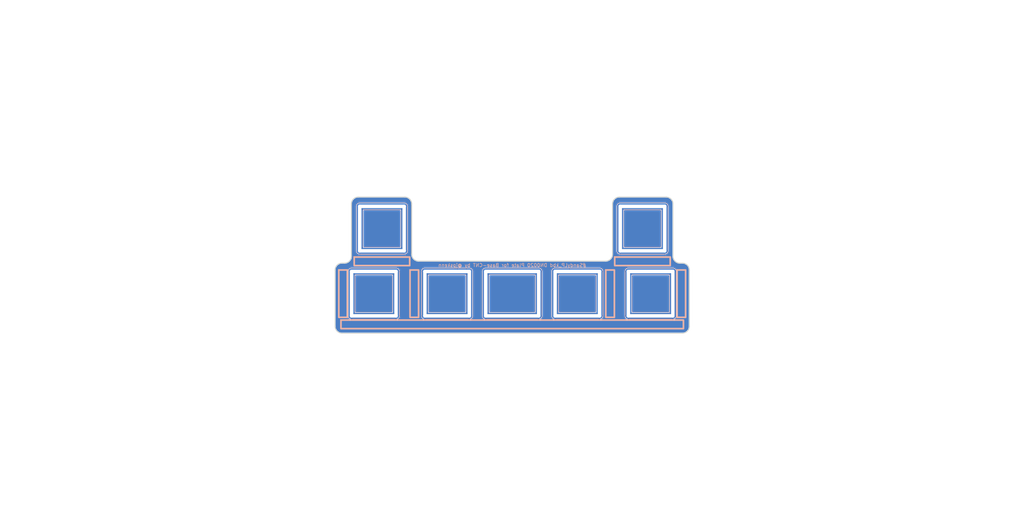
<source format=kicad_pcb>
(kicad_pcb (version 20240108) (generator "pcbnew") (generator_version "8.0")
  (title_block (title "Sandy") (date "2023-01-06") (rev "v.0") (company "@jpskenn"))
  (layers (0 "F.Cu" signal) (31 "B.Cu" signal) (34 "B.Paste" user) (35 "F.Paste" user) (36 "B.SilkS" user "B.Silkscreen") (37 "F.SilkS" user "F.Silkscreen") (38 "B.Mask" user) (39 "F.Mask" user) (44 "Edge.Cuts" user))
  (net 0 "")
  (footprint "locallib:SandyLP_outline_Plate_Base_Center" (layer "F.Cu") (at 17.122345 17.57532)
    (property "Reference" "REF**" (hide yes))
    (property "Value" "60_Outline" (hide yes))
    (fp_line (start 91.082893 78.795377) (end 91.082893 95.28121) (stroke (width 0.3)) (layer "Edge.Cuts"))
    (fp_line (start 93.082893 76.795377) (end 93.845393 76.795377) (stroke (width 0.3)) (layer "Edge.Cuts"))
    (fp_line (start 95.845393 59.44996) (end 95.845393 74.795377) (stroke (width 0.3)) (layer "Edge.Cuts"))
    (fp_line (start 97.845393 57.44996) (end 111.471875 57.44996) (stroke (width 0.3)) (layer "Edge.Cuts"))
    (fp_line (start 113.471875 59.44996) (end 113.471875 74.2) (stroke (width 0.3)) (layer "Edge.Cuts"))
    (fp_line (start 170.228125 76.2) (end 115.471875 76.2) (stroke (width 0.3)) (layer "Edge.Cuts"))
    (fp_line (start 172.228125 59.44996) (end 172.228125 74.2) (stroke (width 0.3)) (layer "Edge.Cuts"))
    (fp_line (start 187.904689 57.449896) (end 174.228125 57.44996) (stroke (width 0.3)) (layer "Edge.Cuts"))
    (fp_line (start 189.904689 59.449896) (end 189.904689 74.795313) (stroke (width 0.3)) (layer "Edge.Cuts"))
    (fp_line (start 192.667189 76.795313) (end 191.904689 76.795313) (stroke (width 0.3)) (layer "Edge.Cuts"))
    (fp_line (start 192.667351 97.28121) (end 93.082893 97.28121) (stroke (width 0.3)) (layer "Edge.Cuts"))
    (fp_line (start 194.667189 78.795313) (end 194.667351 95.28121) (stroke (width 0.3)) (layer "Edge.Cuts"))
    (fp_arc (start 91.082893 78.795377) (mid 91.668658 77.381147) (end 93.082893 76.795377) (stroke (width 0.3)) (layer "Edge.Cuts"))
    (fp_arc (start 93.082893 97.28121) (mid 91.66871 96.695392) (end 91.082893 95.28121) (stroke (width 0.3)) (layer "Edge.Cuts"))
    (fp_arc (start 95.845393 59.44996) (mid 96.431193 58.03577) (end 97.845393 57.44996) (stroke (width 0.3)) (layer "Edge.Cuts"))
    (fp_arc (start 95.845393 74.795377) (mid 95.259585 76.209574) (end 93.845393 76.795377) (stroke (width 0.3)) (layer "Edge.Cuts"))
    (fp_arc (start 111.471875 57.44996) (mid 112.886084 58.035741) (end 113.471875 59.44996) (stroke (width 0.3)) (layer "Edge.Cuts"))
    (fp_arc (start 115.471875 76.2) (mid 114.057678 75.614205) (end 113.471875 74.2) (stroke (width 0.3)) (layer "Edge.Cuts"))
    (fp_arc (start 172.228125 59.44996) (mid 172.813921 58.035746) (end 174.228125 57.44996) (stroke (width 0.3)) (layer "Edge.Cuts"))
    (fp_arc (start 172.228125 74.2) (mid 171.64234 75.614222) (end 170.228125 76.200025) (stroke (width 0.3)) (layer "Edge.Cuts"))
    (fp_arc (start 187.904689 57.449896) (mid 189.318882 58.035708) (end 189.904689 59.449896) (stroke (width 0.3)) (layer "Edge.Cuts"))
    (fp_arc (start 191.904689 76.795313) (mid 190.490507 76.209494) (end 189.904689 74.795313) (stroke (width 0.3)) (layer "Edge.Cuts"))
    (fp_arc (start 192.667189 76.795313) (mid 194.081376 77.381126) (end 194.667189 78.795313) (stroke (width 0.3)) (layer "Edge.Cuts"))
    (fp_arc (start 194.667351 95.28121) (mid 194.081587 96.695429) (end 192.667351 97.28121) (stroke (width 0.3)) (layer "Edge.Cuts"))
  )
  (footprint "locallib:MX-Switch-Hole-with-narrow-frame" (layer "F.Cu") (at 200.478595 103.30032)
    (property "Reference" "SW_RSPC1" (hide yes))
    (property "Value" "SW_Push")
    (pad "" np_thru_hole roundrect (at -6.5 0 90) (size 14.8 1.8) (drill oval 14 1) (layers "F&B.Cu" "*.Mask") (roundrect_rratio 0.5))
    (pad "" np_thru_hole roundrect (at 0 -6.5) (size 14.8 1.8) (drill oval 14 1) (layers "F&B.Cu" "*.Mask") (roundrect_rratio 0.5))
    (pad "" np_thru_hole roundrect (at 0 6.5) (size 14.8 1.8) (drill oval 14 1) (layers "F&B.Cu" "*.Mask") (roundrect_rratio 0.5))
    (pad "" np_thru_hole roundrect (at 6.5 0 90) (size 14.8 1.8) (drill oval 14 1) (layers "F&B.Cu" "*.Mask") (roundrect_rratio 0.5))
  )
  (footprint "locallib:MX-Switch-Hole-for-RE(higher hole)-with-narrow-frame" (layer "F.Cu") (at 159.997345 103.30032 90)
    (property "Reference" "SW_R5CNT_C1" (hide yes))
    (property "Value" "RotaryEncoder_Switch")
    (pad "" np_thru_hole roundrect (at -6.5 0 180) (size 17.3 1.8) (drill oval 16.5 1) (layers "F&B.Cu" "*.Mask") (roundrect_rratio 0.5))
    (pad "" np_thru_hole roundrect (at 0 -7.75 90) (size 14.8 1.8) (drill oval 14 1) (layers "F&B.Cu" "*.Mask") (roundrect_rratio 0.5))
    (pad "" np_thru_hole roundrect (at 0 7.75 90) (size 14.8 1.8) (drill oval 14 1) (layers "F&B.Cu" "*.Mask") (roundrect_rratio 0.5))
    (pad "" np_thru_hole roundrect (at 6.5 0 180) (size 17.3 1.8) (drill oval 16.5 1) (layers "F&B.Cu" "*.Mask") (roundrect_rratio 0.5))
  )
  (footprint "locallib:MX-Switch-Hole-with-narrow-frame" (layer "F.Cu") (at 121.897345 84.25032)
    (property "Reference" "SW_B1" (hide yes))
    (property "Value" "SW_Push")
    (pad "" np_thru_hole roundrect (at -6.5 0 90) (size 14.8 1.8) (drill oval 14 1) (layers "F&B.Cu" "*.Mask") (roundrect_rratio 0.5))
    (pad "" np_thru_hole roundrect (at 0 -6.5) (size 14.8 1.8) (drill oval 14 1) (layers "F&B.Cu" "*.Mask") (roundrect_rratio 0.5))
    (pad "" np_thru_hole roundrect (at 0 6.5) (size 14.8 1.8) (drill oval 14 1) (layers "F&B.Cu" "*.Mask") (roundrect_rratio 0.5))
    (pad "" np_thru_hole roundrect (at 6.5 0 90) (size 14.8 1.8) (drill oval 14 1) (layers "F&B.Cu" "*.Mask") (roundrect_rratio 0.5))
  )
  (footprint "locallib:MX-Switch-Hole-with-narrow-frame" (layer "F.Cu") (at 119.516095 103.30032)
    (property "Reference" "SW_LSPC1" (hide yes))
    (property "Value" "SW_Push")
    (pad "" np_thru_hole roundrect (at -6.5 0 90) (size 14.8 1.8) (drill oval 14 1) (layers "F&B.Cu" "*.Mask") (roundrect_rratio 0.5))
    (pad "" np_thru_hole roundrect (at 0 -6.5) (size 14.8 1.8) (drill oval 14 1) (layers "F&B.Cu" "*.Mask") (roundrect_rratio 0.5))
    (pad "" np_thru_hole roundrect (at 0 6.5) (size 14.8 1.8) (drill oval 14 1) (layers "F&B.Cu" "*.Mask") (roundrect_rratio 0.5))
    (pad "" np_thru_hole roundrect (at 6.5 0 90) (size 14.8 1.8) (drill oval 14 1) (layers "F&B.Cu" "*.Mask") (roundrect_rratio 0.5))
  )
  (footprint "locallib:MX-Switch-Hole-with-narrow-frame" (layer "F.Cu") (at 140.947345 103.30032)
    (property "Reference" "SW_R5CNT_L1" (hide yes))
    (property "Value" "SW_Push")
    (pad "" np_thru_hole roundrect (at -6.5 0 90) (size 14.8 1.8) (drill oval 14 1) (layers "F&B.Cu" "*.Mask") (roundrect_rratio 0.5))
    (pad "" np_thru_hole roundrect (at 0 -6.5) (size 14.8 1.8) (drill oval 14 1) (layers "F&B.Cu" "*.Mask") (roundrect_rratio 0.5))
    (pad "" np_thru_hole roundrect (at 0 6.5) (size 14.8 1.8) (drill oval 14 1) (layers "F&B.Cu" "*.Mask") (roundrect_rratio 0.5))
    (pad "" np_thru_hole roundrect (at 6.5 0 90) (size 14.8 1.8) (drill oval 14 1) (layers "F&B.Cu" "*.Mask") (roundrect_rratio 0.5))
  )
  (footprint "locallib:MX-Switch-Hole-with-narrow-frame" (layer "F.Cu") (at 179.047345 103.30032)
    (property "Reference" "SW_R5CNT_R1" (hide yes))
    (property "Value" "SW_Push")
    (pad "" np_thru_hole roundrect (at -6.5 0 90) (size 14.8 1.8) (drill oval 14 1) (layers "F&B.Cu" "*.Mask") (roundrect_rratio 0.5))
    (pad "" np_thru_hole roundrect (at 0 -6.5) (size 14.8 1.8) (drill oval 14 1) (layers "F&B.Cu" "*.Mask") (roundrect_rratio 0.5))
    (pad "" np_thru_hole roundrect (at 0 6.5) (size 14.8 1.8) (drill oval 14 1) (layers "F&B.Cu" "*.Mask") (roundrect_rratio 0.5))
    (pad "" np_thru_hole roundrect (at 6.5 0 90) (size 14.8 1.8) (drill oval 14 1) (layers "F&B.Cu" "*.Mask") (roundrect_rratio 0.5))
  )
  (footprint "locallib:MX-Switch-Hole-with-narrow-frame" (layer "F.Cu") (at 198.097345 84.25032)
    (property "Reference" "SW_N1" (hide yes))
    (property "Value" "SW_Push")
    (pad "" np_thru_hole roundrect (at -6.5 0 90) (size 14.8 1.8) (drill oval 14 1) (layers "F&B.Cu" "*.Mask") (roundrect_rratio 0.5))
    (pad "" np_thru_hole roundrect (at 0 -6.5) (size 14.8 1.8) (drill oval 14 1) (layers "F&B.Cu" "*.Mask") (roundrect_rratio 0.5))
    (pad "" np_thru_hole roundrect (at 0 6.5) (size 14.8 1.8) (drill oval 14 1) (layers "F&B.Cu" "*.Mask") (roundrect_rratio 0.5))
    (pad "" np_thru_hole roundrect (at 6.5 0 90) (size 14.8 1.8) (drill oval 14 1) (layers "F&B.Cu" "*.Mask") (roundrect_rratio 0.5))
  )
  (gr_rect (start 113.779467 92.584744) (end 130.01539 95.084744) (stroke (width 0.5)) (fill none) (layer "B.SilkS"))
  (gr_rect (start 130.113063 96.373043) (end 132.613063 110.227714) (stroke (width 0.5)) (fill none) (layer "B.SilkS"))
  (gr_rect (start 187.381859 96.373042) (end 189.881859 110.227713) (stroke (width 0.5)) (fill none) (layer "B.SilkS"))
  (gr_rect (start 109.277108 96.373042) (end 111.777108 110.227713) (stroke (width 0.5)) (fill none) (layer "B.SilkS"))
  (gr_rect (start 189.979531 92.584744) (end 206.215454 95.084744) (stroke (width 0.5)) (fill none) (layer "B.SilkS"))
  (gr_rect (start 208.217814 96.373042) (end 210.717814 110.227713) (stroke (width 0.5)) (fill none) (layer "B.SilkS"))
  (gr_rect (start 109.909933 111.039447) (end 210.084989 113.539447) (stroke (width 0.5)) (fill none) (layer "B.SilkS"))
  (gr_text "#SandyLP_kbd DN0020 Plate for Base-CNT by @jpskenn" (at 159.997461 95.561309 0) (layer "B.SilkS") (effects (font (size 1 1)) (justify bottom mirror)))
  (zone (net 0) (net_name "") (layers "F&B.Cu") (connect_pads (clearance 0.2)) (min_thickness 0.2) (fill yes (thermal_gap 0.3) (thermal_bridge_width 0.5) (island_removal_mode 1) (island_area_min 10))
    (polygon (pts (xy 309.714983 119.665945) (xy 10.178595 119.665945) (xy 10.178595 24.86907) (xy 309.673372 24.86907)))
  )
)
</source>
